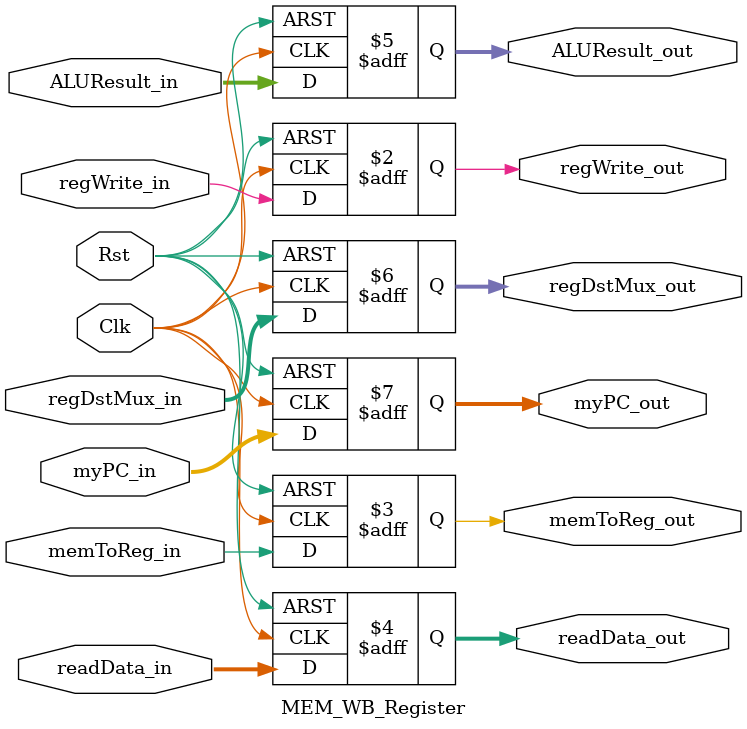
<source format=v>
`timescale 1ns / 1ps

module MEM_WB_Register(Clk, Rst,
                       regWrite_in, regWrite_out,
                       memToReg_in, memToReg_out,
                       readData_in, readData_out,
                       ALUResult_in, ALUResult_out,
                       regDstMux_in, regDstMux_out,
                       myPC_in, myPC_out);
    input Clk, Rst;
    input regWrite_in; output reg regWrite_out;
    input memToReg_in; output reg memToReg_out;
    input [31:0] readData_in; output reg [31:0] readData_out;
    input [31:0] ALUResult_in; output reg [31:0] ALUResult_out;
    input [4:0] regDstMux_in; output reg [4:0] regDstMux_out;
    input [31:0] myPC_in; output reg [31:0] myPC_out;

    always @(posedge Clk or posedge Rst)begin
        if (Rst) begin
            regWrite_out <= 0;
            memToReg_out <= 0;
            readData_out <= 0;
            ALUResult_out <= 0;
            regDstMux_out <= 0;
            myPC_out <= 32'bx;
        end else begin
            regWrite_out <= regWrite_in;
            memToReg_out <= memToReg_in;
            readData_out <= readData_in;
            ALUResult_out <= ALUResult_in;
            regDstMux_out <= regDstMux_in;
            myPC_out <= myPC_in;
        end
    end

endmodule


</source>
